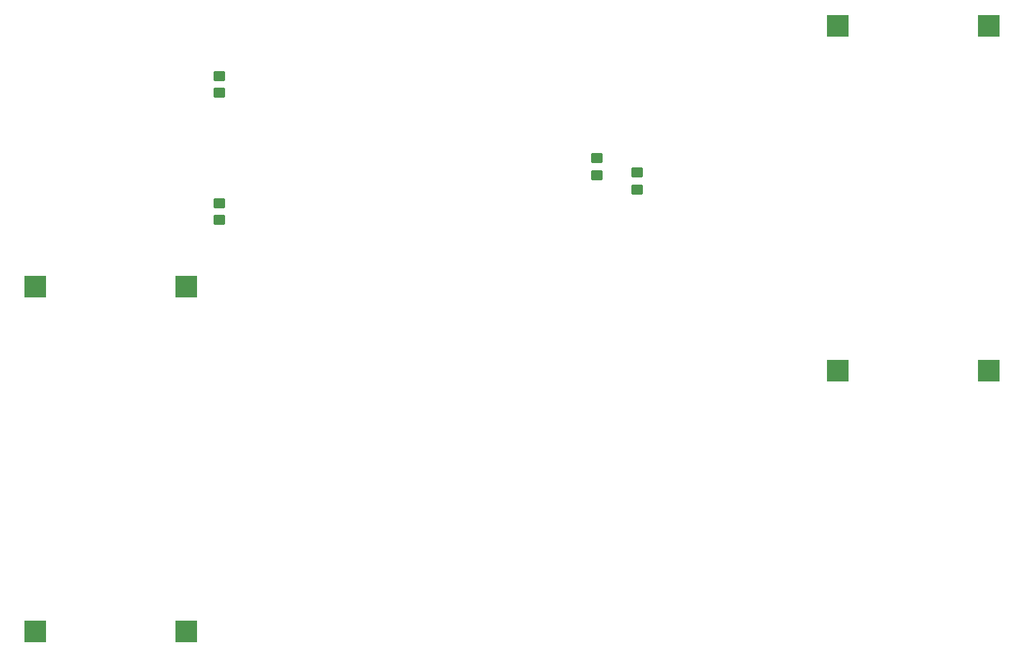
<source format=gtp>
%TF.GenerationSoftware,KiCad,Pcbnew,8.0.0*%
%TF.CreationDate,2024-03-04T10:49:59+07:00*%
%TF.ProjectId,capstone,63617073-746f-46e6-952e-6b696361645f,rev?*%
%TF.SameCoordinates,Original*%
%TF.FileFunction,Paste,Top*%
%TF.FilePolarity,Positive*%
%FSLAX46Y46*%
G04 Gerber Fmt 4.6, Leading zero omitted, Abs format (unit mm)*
G04 Created by KiCad (PCBNEW 8.0.0) date 2024-03-04 10:49:59*
%MOMM*%
%LPD*%
G01*
G04 APERTURE LIST*
G04 Aperture macros list*
%AMRoundRect*
0 Rectangle with rounded corners*
0 $1 Rounding radius*
0 $2 $3 $4 $5 $6 $7 $8 $9 X,Y pos of 4 corners*
0 Add a 4 corners polygon primitive as box body*
4,1,4,$2,$3,$4,$5,$6,$7,$8,$9,$2,$3,0*
0 Add four circle primitives for the rounded corners*
1,1,$1+$1,$2,$3*
1,1,$1+$1,$4,$5*
1,1,$1+$1,$6,$7*
1,1,$1+$1,$8,$9*
0 Add four rect primitives between the rounded corners*
20,1,$1+$1,$2,$3,$4,$5,0*
20,1,$1+$1,$4,$5,$6,$7,0*
20,1,$1+$1,$6,$7,$8,$9,0*
20,1,$1+$1,$8,$9,$2,$3,0*%
G04 Aperture macros list end*
%ADD10RoundRect,0.250000X-0.450000X0.350000X-0.450000X-0.350000X0.450000X-0.350000X0.450000X0.350000X0*%
%ADD11RoundRect,0.250000X0.450000X-0.350000X0.450000X0.350000X-0.450000X0.350000X-0.450000X-0.350000X0*%
%ADD12R,2.540000X2.540000*%
G04 APERTURE END LIST*
D10*
%TO.C,R3*%
X176500000Y-74200000D03*
X176500000Y-76200000D03*
%TD*%
D11*
%TO.C,R4*%
X171700000Y-74500000D03*
X171700000Y-72500000D03*
%TD*%
%TO.C,R2*%
X127250000Y-79830000D03*
X127250000Y-77830000D03*
%TD*%
%TO.C,R1*%
X127250000Y-64830000D03*
X127250000Y-62830000D03*
%TD*%
D12*
%TO.C,U2*%
X200110000Y-97600000D03*
X217890000Y-97600000D03*
X217890000Y-56960000D03*
X200110000Y-56960000D03*
%TD*%
%TO.C,U1*%
X105610000Y-128320000D03*
X123390000Y-128320000D03*
X123390000Y-87680000D03*
X105610000Y-87680000D03*
%TD*%
M02*

</source>
